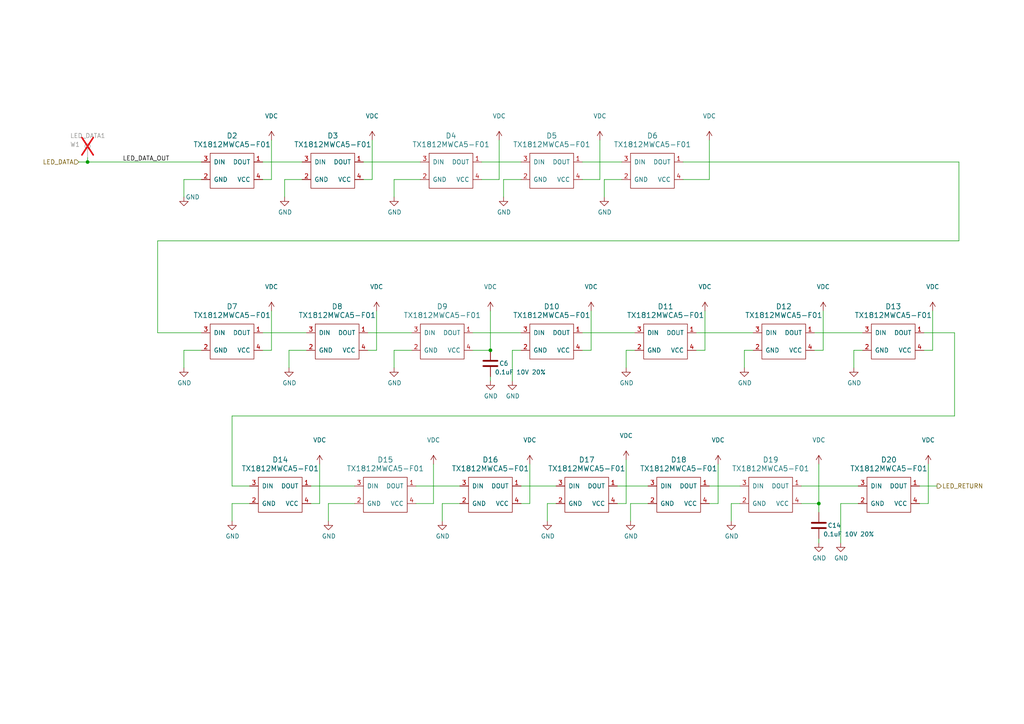
<source format=kicad_sch>
(kicad_sch (version 20250114) (generator "eeschema") (generator_version "9.0")
  (paper "A4")
  (title_block (title "Pixels D00 Schematic, Main") (date "2025-10-12") (rev "3") (company "Systemic Games, LLC"))
  (lib_symbols
    (symbol "Device:C" (pin_numbers (hide yes)) (pin_names (offset 0.254))
      (property "Reference" "C" (at 0.635 2.54 0))
      (property "Value" "C" (at 0.635 -2.54 0))
      (symbol "C_0_1"
        (polyline (pts (xy -2.032 0.762) (xy 2.032 0.762)) (stroke (width 0.508)))
        (polyline (pts (xy -2.032 -0.762) (xy 2.032 -0.762)) (stroke (width 0.508)))
      )
      (symbol "C_1_1"
        (pin passive line (at 0 3.81 270) (length 2.794) (name "~") (number "1"))
        (pin passive line (at 0 -3.81 90) (length 2.794) (name "~") (number "2"))
      )
    )
    (symbol "Pixels-dice:TEST_1P-conn" (pin_numbers (hide yes)) (pin_names (offset 0.762) (hide yes))
      (property "Reference" "W" (at 0 6.858 0))
      (property "Value" "TEST_1P-conn" (at 0 5.08 0))
      (symbol "TEST_1P-conn_0_1"
        (circle (center 0 3.302) (radius 0.762))
      )
      (symbol "TEST_1P-conn_1_1"
        (pin passive line (at 0 0 90) (length 2.54) (name "1") (number "1"))
      )
    )
    (symbol "Pixels-dice:TX1812MJA5" (pin_names (offset 1.016))
      (property "Reference" "D" (at 0 -6.35 0))
      (property "Value" "TX1812MJA5" (at 0 6.35 0))
      (symbol "TX1812MJA5_0_1"
        (rectangle (start -6.35 5.08) (end 6.35 -5.08))
      )
      (symbol "TX1812MJA5_1_1"
        (pin input line (at -8.89 2.54 0) (length 2.54) (name "DIN") (number "3"))
        (pin power_in line (at -8.89 -2.54 0) (length 2.54) (name "GND") (number "2"))
        (pin output line (at 8.89 2.54 180) (length 2.54) (name "DOUT") (number "1"))
        (pin power_in line (at 8.89 -2.54 180) (length 2.54) (name "VCC") (number "4"))
      )
    )
    (symbol "power:GND" (power) (pin_names (offset 0))
      (property "Value" "GND" (at 0 -3.81 0))
      (symbol "GND_0_1"
        (polyline (pts (xy 0 0) (xy 0 -1.27) (xy 1.27 -1.27) (xy 0 -2.54) (xy -1.27 -1.27) (xy 0 -1.27)))
      )
      (symbol "GND_1_1"
        (pin power_in line (at 0 0 270) (length 0) (hide yes) (name "GND") (number "1"))
      )
    )
    (symbol "power:VDC" (power) (pin_names (offset 0))
      (property "Value" "VDC" (at 0 6.35 0))
      (symbol "VDC_0_1"
        (polyline (pts (xy -0.762 1.27) (xy 0 2.54)))
        (polyline (pts (xy 0 2.54) (xy 0.762 1.27)))
        (polyline (pts (xy 0 0) (xy 0 2.54)))
      )
      (symbol "VDC_1_1"
        (pin power_in line (at 0 0 90) (length 0) (hide yes) (name "VDC") (number "1"))
      )
    )
  )
  (junction (at 25.4 46.99))
  (junction (at 237.49 146.05))
  (junction (at 142.24 101.6))
  (wire (pts (xy 168.91 46.99) (xy 180.34 46.99)))
  (wire (pts (xy 181.61 101.6) (xy 181.61 106.68)))
  (wire (pts (xy 105.41 52.07) (xy 107.95 52.07)))
  (wire (pts (xy 105.41 46.99) (xy 121.92 46.99)))
  (wire (pts (xy 92.71 134.62) (xy 92.71 146.05)))
  (wire (pts (xy 58.42 96.52) (xy 45.72 96.52)))
  (wire (pts (xy 278.13 69.85) (xy 45.72 69.85)))
  (wire (pts (xy 201.93 101.6) (xy 204.47 101.6)))
  (wire (pts (xy 53.34 52.07) (xy 53.34 57.15)))
  (wire (pts (xy 237.49 148.59) (xy 237.49 146.05)))
  (wire (pts (xy 236.22 96.52) (xy 250.19 96.52)))
  (wire (pts (xy 171.45 90.17) (xy 171.45 101.6)))
  (wire (pts (xy 72.39 140.97) (xy 67.31 140.97)))
  (wire (pts (xy 76.2 96.52) (xy 88.9 96.52)))
  (wire (pts (xy 278.13 46.99) (xy 278.13 69.85)))
  (wire (pts (xy 125.73 134.62) (xy 125.73 146.05)))
  (wire (pts (xy 175.26 52.07) (xy 175.26 57.15)))
  (wire (pts (xy 90.17 146.05) (xy 92.71 146.05)))
  (wire (pts (xy 95.25 146.05) (xy 95.25 151.13)))
  (wire (pts (xy 142.24 109.22) (xy 142.24 110.49)))
  (wire (pts (xy 67.31 146.05) (xy 72.39 146.05)))
  (wire (pts (xy 205.74 40.64) (xy 205.74 52.07)))
  (wire (pts (xy 53.34 106.68) (xy 53.34 101.6)))
  (wire (pts (xy 78.74 90.17) (xy 78.74 101.6)))
  (wire (pts (xy 168.91 52.07) (xy 173.99 52.07)))
  (wire (pts (xy 114.3 52.07) (xy 114.3 57.15)))
  (wire (pts (xy 106.68 101.6) (xy 109.22 101.6)))
  (wire (pts (xy 243.84 146.05) (xy 248.92 146.05)))
  (wire (pts (xy 128.27 151.13) (xy 128.27 146.05)))
  (wire (pts (xy 198.12 52.07) (xy 205.74 52.07)))
  (wire (pts (xy 237.49 156.21) (xy 237.49 157.48)))
  (wire (pts (xy 215.9 101.6) (xy 218.44 101.6)))
  (wire (pts (xy 212.09 146.05) (xy 214.63 146.05)))
  (wire (pts (xy 114.3 101.6) (xy 119.38 101.6)))
  (wire (pts (xy 25.4 45.72) (xy 25.4 46.99)))
  (wire (pts (xy 208.28 134.62) (xy 208.28 146.05)))
  (wire (pts (xy 151.13 146.05) (xy 153.67 146.05)))
  (wire (pts (xy 76.2 101.6) (xy 78.74 101.6)))
  (wire (pts (xy 151.13 140.97) (xy 161.29 140.97)))
  (wire (pts (xy 67.31 140.97) (xy 67.31 120.65)))
  (wire (pts (xy 269.24 134.62) (xy 269.24 146.05)))
  (wire (pts (xy 266.7 146.05) (xy 269.24 146.05)))
  (wire (pts (xy 205.74 146.05) (xy 208.28 146.05)))
  (wire (pts (xy 95.25 146.05) (xy 102.87 146.05)))
  (wire (pts (xy 205.74 140.97) (xy 214.63 140.97)))
  (wire (pts (xy 53.34 52.07) (xy 58.42 52.07)))
  (wire (pts (xy 114.3 106.68) (xy 114.3 101.6)))
  (wire (pts (xy 45.72 69.85) (xy 45.72 96.52)))
  (wire (pts (xy 267.97 101.6) (xy 270.51 101.6)))
  (wire (pts (xy 168.91 96.52) (xy 184.15 96.52)))
  (wire (pts (xy 247.65 101.6) (xy 247.65 106.68)))
  (wire (pts (xy 204.47 90.17) (xy 204.47 101.6)))
  (wire (pts (xy 148.59 101.6) (xy 151.13 101.6)))
  (wire (pts (xy 232.41 146.05) (xy 237.49 146.05)))
  (wire (pts (xy 76.2 46.99) (xy 87.63 46.99)))
  (wire (pts (xy 139.7 52.07) (xy 144.78 52.07)))
  (wire (pts (xy 142.24 90.17) (xy 142.24 101.6)))
  (wire (pts (xy 181.61 101.6) (xy 184.15 101.6)))
  (wire (pts (xy 109.22 90.17) (xy 109.22 101.6)))
  (wire (pts (xy 182.88 146.05) (xy 187.96 146.05)))
  (wire (pts (xy 83.82 101.6) (xy 88.9 101.6)))
  (wire (pts (xy 182.88 151.13) (xy 182.88 146.05)))
  (wire (pts (xy 243.84 157.48) (xy 243.84 146.05)))
  (wire (pts (xy 212.09 146.05) (xy 212.09 151.13)))
  (wire (pts (xy 25.4 46.99) (xy 58.42 46.99)))
  (wire (pts (xy 179.07 146.05) (xy 181.61 146.05)))
  (wire (pts (xy 276.86 96.52) (xy 267.97 96.52)))
  (wire (pts (xy 120.65 140.97) (xy 133.35 140.97)))
  (wire (pts (xy 146.05 57.15) (xy 146.05 52.07)))
  (wire (pts (xy 107.95 40.64) (xy 107.95 52.07)))
  (wire (pts (xy 144.78 40.64) (xy 144.78 52.07)))
  (wire (pts (xy 236.22 101.6) (xy 238.76 101.6)))
  (wire (pts (xy 137.16 101.6) (xy 142.24 101.6)))
  (wire (pts (xy 139.7 46.99) (xy 151.13 46.99)))
  (wire (pts (xy 82.55 52.07) (xy 87.63 52.07)))
  (wire (pts (xy 128.27 146.05) (xy 133.35 146.05)))
  (wire (pts (xy 137.16 96.52) (xy 151.13 96.52)))
  (wire (pts (xy 106.68 96.52) (xy 119.38 96.52)))
  (wire (pts (xy 114.3 52.07) (xy 121.92 52.07)))
  (wire (pts (xy 153.67 134.62) (xy 153.67 146.05)))
  (wire (pts (xy 90.17 140.97) (xy 102.87 140.97)))
  (wire (pts (xy 238.76 90.17) (xy 238.76 101.6)))
  (wire (pts (xy 175.26 52.07) (xy 180.34 52.07)))
  (wire (pts (xy 146.05 52.07) (xy 151.13 52.07)))
  (wire (pts (xy 276.86 120.65) (xy 276.86 96.52)))
  (wire (pts (xy 215.9 101.6) (xy 215.9 106.68)))
  (wire (pts (xy 22.86 46.99) (xy 25.4 46.99)))
  (wire (pts (xy 76.2 52.07) (xy 78.74 52.07)))
  (wire (pts (xy 266.7 140.97) (xy 271.78 140.97)))
  (wire (pts (xy 181.61 133.35) (xy 181.61 146.05)))
  (wire (pts (xy 173.99 40.64) (xy 173.99 52.07)))
  (wire (pts (xy 201.93 96.52) (xy 218.44 96.52)))
  (wire (pts (xy 148.59 101.6) (xy 148.59 110.49)))
  (wire (pts (xy 78.74 40.64) (xy 78.74 52.07)))
  (wire (pts (xy 158.75 151.13) (xy 158.75 146.05)))
  (wire (pts (xy 198.12 46.99) (xy 278.13 46.99)))
  (wire (pts (xy 67.31 151.13) (xy 67.31 146.05)))
  (wire (pts (xy 232.41 140.97) (xy 248.92 140.97)))
  (wire (pts (xy 168.91 101.6) (xy 171.45 101.6)))
  (wire (pts (xy 67.31 120.65) (xy 276.86 120.65)))
  (wire (pts (xy 82.55 57.15) (xy 82.55 52.07)))
  (wire (pts (xy 247.65 101.6) (xy 250.19 101.6)))
  (wire (pts (xy 158.75 146.05) (xy 161.29 146.05)))
  (wire (pts (xy 83.82 106.68) (xy 83.82 101.6)))
  (wire (pts (xy 270.51 90.17) (xy 270.51 101.6)))
  (wire (pts (xy 179.07 140.97) (xy 187.96 140.97)))
  (wire (pts (xy 53.34 101.6) (xy 58.42 101.6)))
  (wire (pts (xy 120.65 146.05) (xy 125.73 146.05)))
  (wire (pts (xy 237.49 134.62) (xy 237.49 146.05)))
  (label "LED_DATA_OUT" (at 35.56 46.99 0))
  (hierarchical_label "LED_DATA" (shape input) (at 22.86 46.99 180))
  (hierarchical_label "LED_RETURN" (shape output) (at 271.78 140.97 0))
  (symbol (lib_id "Pixels-dice:TEST_1P-conn") (at 25.4 45.72 0) (unit 1) (in_bom no) (dnp yes)
    (property "Reference" "W1" (at 20.32 41.91 0) (effects (justify left)))
    (property "Value" "LED_DATA1" (at 20.32 39.37 0) (effects (justify left)))
    (property "Footprint" "Pixels-dice:TEST_PIN" (effects (hide yes)))
    (property "Generic OK" "N/A" (effects (hide yes)))
  )
  (symbol (lib_id "power:VDC") (at 78.74 40.64 0) (unit 1)
    (property "Reference" "#PWR037" (effects (hide yes)))
    (property "Value" "VDC" (at 78.74 33.655 0))
  )
  (symbol (lib_id "power:VDC") (at 107.95 40.64 0) (unit 1)
    (property "Reference" "#PWR064" (effects (hide yes)))
    (property "Value" "VDC" (at 107.95 33.655 0))
  )
  (symbol (lib_id "power:GND") (at 53.34 57.15 0) (unit 1)
    (property "Reference" "#PWR010" (effects (hide yes)))
    (property "Value" "GND" (at 55.88 57.15 0))
  )
  (symbol (lib_id "power:GND") (at 82.55 57.15 0) (unit 1)
    (property "Reference" "#PWR047" (effects (hide yes)))
    (property "Value" "GND" (at 82.677 61.5442 0))
  )
  (symbol (lib_id "power:VDC") (at 144.78 40.64 0) (unit 1)
    (property "Reference" "#PWR074" (effects (hide yes)))
    (property "Value" "VDC" (at 144.78 33.655 0))
  )
  (symbol (lib_id "power:VDC") (at 173.99 40.64 0) (unit 1)
    (property "Reference" "#PWR081" (effects (hide yes)))
    (property "Value" "VDC" (at 173.99 33.655 0))
  )
  (symbol (lib_id "power:GND") (at 114.3 57.15 0) (unit 1)
    (property "Reference" "#PWR066" (effects (hide yes)))
    (property "Value" "GND" (at 114.427 61.5442 0))
  )
  (symbol (lib_id "power:GND") (at 146.05 57.15 0) (unit 1)
    (property "Reference" "#PWR076" (effects (hide yes)))
    (property "Value" "GND" (at 146.177 61.5442 0))
  )
  (symbol (lib_id "power:VDC") (at 205.74 40.64 0) (unit 1)
    (property "Reference" "#PWR087" (effects (hide yes)))
    (property "Value" "VDC" (at 205.74 33.655 0))
  )
  (symbol (lib_id "power:VDC") (at 142.24 90.17 0) (unit 1)
    (property "Reference" "#PWR070" (effects (hide yes)))
    (property "Value" "VDC" (at 142.24 83.185 0))
  )
  (symbol (lib_id "power:GND") (at 53.34 106.68 0) (unit 1)
    (property "Reference" "#PWR015" (effects (hide yes)))
    (property "Value" "GND" (at 53.467 111.0742 0))
  )
  (symbol (lib_id "power:GND") (at 175.26 57.15 0) (unit 1)
    (property "Reference" "#PWR082" (effects (hide yes)))
    (property "Value" "GND" (at 175.387 61.5442 0))
  )
  (symbol (lib_id "power:VDC") (at 125.73 134.62 0) (unit 1)
    (property "Reference" "#PWR068" (effects (hide yes)))
    (property "Value" "VDC" (at 125.73 127.635 0))
  )
  (symbol (lib_id "power:VDC") (at 181.61 133.35 0) (unit 1)
    (property "Reference" "#PWR084" (effects (hide yes)))
    (property "Value" "VDC" (at 181.61 126.365 0))
  )
  (symbol (lib_id "power:GND") (at 95.25 151.13 0) (unit 1)
    (property "Reference" "#PWR063" (effects (hide yes)))
    (property "Value" "GND" (at 95.377 155.5242 0))
  )
  (symbol (lib_id "power:GND") (at 158.75 151.13 0) (unit 1)
    (property "Reference" "#PWR079" (effects (hide yes)))
    (property "Value" "GND" (at 158.877 155.5242 0))
  )
  (symbol (lib_id "power:VDC") (at 237.49 134.62 0) (unit 1)
    (property "Reference" "#PWR091" (effects (hide yes)))
    (property "Value" "VDC" (at 237.49 127.635 0))
  )
  (symbol (lib_id "power:GND") (at 212.09 151.13 0) (unit 1)
    (property "Reference" "#PWR089" (effects (hide yes)))
    (property "Value" "GND" (at 212.217 155.5242 0))
  )
  (symbol (lib_id "Device:C") (at 142.24 105.41 0) (unit 1)
    (property "Reference" "C6" (at 144.78 105.41 0) (effects (justify left)))
    (property "Value" "0.1uF 10V 20%" (at 143.51 107.95 0) (effects (justify left)))
    (property "Footprint" "Capacitor_SMD:C_0201_0603Metric" (effects (hide yes)))
    (property "Generic OK" "YES" (effects (hide yes)))
    (property "Pixels Part Number" "SMD-C005" (effects (hide yes)))
    (property "Manufacturer" "HRE" (effects (hide yes)))
    (property "LCSC Part #" "C6119757" (effects (hide yes)))
    (property "Part Number" "CGA0201X5R104K100ET" (effects (hide yes)))
  )
  (symbol (lib_id "power:GND") (at 142.24 110.49 0) (unit 1)
    (property "Reference" "#PWR071" (effects (hide yes)))
    (property "Value" "GND" (at 142.367 114.8842 0))
  )
  (symbol (lib_id "Device:C") (at 237.49 152.4 0) (unit 1)
    (property "Reference" "C14" (at 240.03 152.4 0) (effects (justify left)))
    (property "Value" "0.1uF 10V 20%" (at 238.76 154.94 0) (effects (justify left)))
    (property "Footprint" "Capacitor_SMD:C_0201_0603Metric" (effects (hide yes)))
    (property "Generic OK" "YES" (effects (hide yes)))
    (property "Pixels Part Number" "SMD-C005" (effects (hide yes)))
    (property "Manufacturer" "HRE" (effects (hide yes)))
    (property "LCSC Part #" "C6119757" (effects (hide yes)))
    (property "Part Number" "CGA0201X5R104K100ET" (effects (hide yes)))
  )
  (symbol (lib_id "power:GND") (at 237.49 157.48 0) (unit 1)
    (property "Reference" "#PWR092" (effects (hide yes)))
    (property "Value" "GND" (at 237.617 161.8742 0))
  )
  (symbol (lib_id "power:VDC") (at 269.24 134.62 0) (unit 1)
    (property "Reference" "#PWR096" (effects (hide yes)))
    (property "Value" "VDC" (at 269.24 127.635 0))
  )
  (symbol (lib_id "Pixels-dice:TX1812MJA5") (at 128.27 99.06 0) (unit 1)
    (property "Reference" "D9" (at 128.27 88.9 0) (effects (font (size 1.524 1.524))))
    (property "Value" "TX1812MWCA5-F01" (at 128.27 91.44 0) (effects (font (size 1.524 1.524))))
    (property "Footprint" "Pixels-dice:TX1812MWCA5-F01" (effects (hide yes)))
    (property "Manufacturer" "TCWIN" (effects (hide yes)))
    (property "Part Number" "TX1812MWCA5-F01" (effects (hide yes)))
  )
  (symbol (lib_id "power:GND") (at 148.59 110.49 0) (unit 1)
    (property "Reference" "#PWR077" (effects (hide yes)))
    (property "Value" "GND" (at 148.717 114.8842 0))
  )
  (symbol (lib_id "power:VDC") (at 204.47 90.17 0) (unit 1)
    (property "Reference" "#PWR086" (effects (hide yes)))
    (property "Value" "VDC" (at 204.47 83.185 0))
  )
  (symbol (lib_id "power:GND") (at 247.65 106.68 0) (unit 1)
    (property "Reference" "#PWR095" (effects (hide yes)))
    (property "Value" "GND" (at 247.777 111.0742 0))
  )
  (symbol (lib_id "power:VDC") (at 238.76 90.17 0) (unit 1)
    (property "Reference" "#PWR093" (effects (hide yes)))
    (property "Value" "VDC" (at 238.76 83.185 0))
  )
  (symbol (lib_id "Pixels-dice:TX1812MJA5") (at 96.52 49.53 0) (unit 1)
    (property "Reference" "D3" (at 96.52 39.37 0) (effects (font (size 1.524 1.524))))
    (property "Value" "TX1812MWCA5-F01" (at 96.52 41.91 0) (effects (font (size 1.524 1.524))))
    (property "Footprint" "Pixels-dice:TX1812MWCA5-F01" (effects (hide yes)))
    (property "Manufacturer" "TCWIN" (effects (hide yes)))
    (property "Part Number" "TX1812MWCA5-F01" (effects (hide yes)))
  )
  (symbol (lib_id "Pixels-dice:TX1812MJA5") (at 170.18 143.51 0) (unit 1)
    (property "Reference" "D17" (at 170.18 133.35 0) (effects (font (size 1.524 1.524))))
    (property "Value" "TX1812MWCA5-F01" (at 170.18 135.89 0) (effects (font (size 1.524 1.524))))
    (property "Footprint" "Pixels-dice:TX1812MWCA5-F01" (effects (hide yes)))
    (property "Manufacturer" "TCWIN" (effects (hide yes)))
    (property "Part Number" "TX1812MWCA5-F01" (effects (hide yes)))
  )
  (symbol (lib_id "Pixels-dice:TX1812MJA5") (at 81.28 143.51 0) (unit 1)
    (property "Reference" "D14" (at 81.28 133.35 0) (effects (font (size 1.524 1.524))))
    (property "Value" "TX1812MWCA5-F01" (at 81.28 135.89 0) (effects (font (size 1.524 1.524))))
    (property "Footprint" "Pixels-dice:TX1812MWCA5-F01" (effects (hide yes)))
    (property "Manufacturer" "TCWIN" (effects (hide yes)))
    (property "Part Number" "TX1812MWCA5-F01" (effects (hide yes)))
  )
  (symbol (lib_id "Pixels-dice:TX1812MJA5") (at 193.04 99.06 0) (unit 1)
    (property "Reference" "D11" (at 193.04 88.9 0) (effects (font (size 1.524 1.524))))
    (property "Value" "TX1812MWCA5-F01" (at 193.04 91.44 0) (effects (font (size 1.524 1.524))))
    (property "Footprint" "Pixels-dice:TX1812MWCA5-F01" (effects (hide yes)))
    (property "Manufacturer" "TCWIN" (effects (hide yes)))
    (property "Part Number" "TX1812MWCA5-F01" (effects (hide yes)))
  )
  (symbol (lib_id "Pixels-dice:TX1812MJA5") (at 227.33 99.06 0) (unit 1)
    (property "Reference" "D12" (at 227.33 88.9 0) (effects (font (size 1.524 1.524))))
    (property "Value" "TX1812MWCA5-F01" (at 227.33 91.44 0) (effects (font (size 1.524 1.524))))
    (property "Footprint" "Pixels-dice:TX1812MWCA5-F01" (effects (hide yes)))
    (property "Manufacturer" "TCWIN" (effects (hide yes)))
    (property "Part Number" "TX1812MWCA5-F01" (effects (hide yes)))
  )
  (symbol (lib_id "power:GND") (at 243.84 157.48 0) (unit 1)
    (property "Reference" "#PWR094" (effects (hide yes)))
    (property "Value" "GND" (at 243.967 161.8742 0))
  )
  (symbol (lib_id "power:VDC") (at 171.45 90.17 0) (unit 1)
    (property "Reference" "#PWR080" (effects (hide yes)))
    (property "Value" "VDC" (at 171.45 83.185 0))
  )
  (symbol (lib_id "power:GND") (at 67.31 151.13 0) (unit 1)
    (property "Reference" "#PWR023" (effects (hide yes)))
    (property "Value" "GND" (at 67.437 155.5242 0))
  )
  (symbol (lib_id "power:VDC") (at 109.22 90.17 0) (unit 1)
    (property "Reference" "#PWR065" (effects (hide yes)))
    (property "Value" "VDC" (at 109.22 83.185 0))
  )
  (symbol (lib_id "Pixels-dice:TX1812MJA5") (at 67.31 49.53 0) (unit 1)
    (property "Reference" "D2" (at 67.31 39.37 0) (effects (font (size 1.524 1.524))))
    (property "Value" "TX1812MWCA5-F01" (at 67.31 41.91 0) (effects (font (size 1.524 1.524))))
    (property "Footprint" "Pixels-dice:TX1812MWCA5-F01" (effects (hide yes)))
    (property "Manufacturer" "TCWIN" (effects (hide yes)))
    (property "Part Number" "TX1812MWCA5-F01" (effects (hide yes)))
  )
  (symbol (lib_id "power:GND") (at 83.82 106.68 0) (unit 1)
    (property "Reference" "#PWR048" (effects (hide yes)))
    (property "Value" "GND" (at 83.947 111.0742 0))
  )
  (symbol (lib_id "power:VDC") (at 270.51 90.17 0) (unit 1)
    (property "Reference" "#PWR097" (effects (hide yes)))
    (property "Value" "VDC" (at 270.51 83.185 0))
  )
  (symbol (lib_id "Pixels-dice:TX1812MJA5") (at 111.76 143.51 0) (unit 1)
    (property "Reference" "D15" (at 111.76 133.35 0) (effects (font (size 1.524 1.524))))
    (property "Value" "TX1812MWCA5-F01" (at 111.76 135.89 0) (effects (font (size 1.524 1.524))))
    (property "Footprint" "Pixels-dice:TX1812MWCA5-F01" (effects (hide yes)))
    (property "Manufacturer" "TCWIN" (effects (hide yes)))
    (property "Part Number" "TX1812MWCA5-F01" (effects (hide yes)))
  )
  (symbol (lib_id "power:GND") (at 181.61 106.68 0) (unit 1)
    (property "Reference" "#PWR083" (effects (hide yes)))
    (property "Value" "GND" (at 181.737 111.0742 0))
  )
  (symbol (lib_id "Pixels-dice:TX1812MJA5") (at 160.02 99.06 0) (unit 1)
    (property "Reference" "D10" (at 160.02 88.9 0) (effects (font (size 1.524 1.524))))
    (property "Value" "TX1812MWCA5-F01" (at 160.02 91.44 0) (effects (font (size 1.524 1.524))))
    (property "Footprint" "Pixels-dice:TX1812MWCA5-F01" (effects (hide yes)))
    (property "Manufacturer" "TCWIN" (effects (hide yes)))
    (property "Part Number" "TX1812MWCA5-F01" (effects (hide yes)))
  )
  (symbol (lib_id "power:GND") (at 182.88 151.13 0) (unit 1)
    (property "Reference" "#PWR085" (effects (hide yes)))
    (property "Value" "GND" (at 183.007 155.5242 0))
  )
  (symbol (lib_id "Pixels-dice:TX1812MJA5") (at 142.24 143.51 0) (unit 1)
    (property "Reference" "D16" (at 142.24 133.35 0) (effects (font (size 1.524 1.524))))
    (property "Value" "TX1812MWCA5-F01" (at 142.24 135.89 0) (effects (font (size 1.524 1.524))))
    (property "Footprint" "Pixels-dice:TX1812MWCA5-F01" (effects (hide yes)))
    (property "Manufacturer" "TCWIN" (effects (hide yes)))
    (property "Part Number" "TX1812MWCA5-F01" (effects (hide yes)))
  )
  (symbol (lib_id "Pixels-dice:TX1812MJA5") (at 223.52 143.51 0) (unit 1)
    (property "Reference" "D19" (at 223.52 133.35 0) (effects (font (size 1.524 1.524))))
    (property "Value" "TX1812MWCA5-F01" (at 223.52 135.89 0) (effects (font (size 1.524 1.524))))
    (property "Footprint" "Pixels-dice:TX1812MWCA5-F01" (effects (hide yes)))
    (property "Manufacturer" "TCWIN" (effects (hide yes)))
    (property "Part Number" "TX1812MWCA5-F01" (effects (hide yes)))
  )
  (symbol (lib_id "Pixels-dice:TX1812MJA5") (at 130.81 49.53 0) (unit 1)
    (property "Reference" "D4" (at 130.81 39.37 0) (effects (font (size 1.524 1.524))))
    (property "Value" "TX1812MWCA5-F01" (at 130.81 41.91 0) (effects (font (size 1.524 1.524))))
    (property "Footprint" "Pixels-dice:TX1812MWCA5-F01" (effects (hide yes)))
    (property "Manufacturer" "TCWIN" (effects (hide yes)))
    (property "Part Number" "TX1812MWCA5-F01" (effects (hide yes)))
  )
  (symbol (lib_id "power:VDC") (at 78.74 90.17 0) (unit 1)
    (property "Reference" "#PWR046" (effects (hide yes)))
    (property "Value" "VDC" (at 78.74 83.185 0))
  )
  (symbol (lib_id "power:GND") (at 114.3 106.68 0) (unit 1)
    (property "Reference" "#PWR067" (effects (hide yes)))
    (property "Value" "GND" (at 114.427 111.0742 0))
  )
  (symbol (lib_id "power:VDC") (at 153.67 134.62 0) (unit 1)
    (property "Reference" "#PWR078" (effects (hide yes)))
    (property "Value" "VDC" (at 153.67 127.635 0))
  )
  (symbol (lib_id "Pixels-dice:TX1812MJA5") (at 257.81 143.51 0) (unit 1)
    (property "Reference" "D20" (at 257.81 133.35 0) (effects (font (size 1.524 1.524))))
    (property "Value" "TX1812MWCA5-F01" (at 257.81 135.89 0) (effects (font (size 1.524 1.524))))
    (property "Footprint" "Pixels-dice:TX1812MWCA5-F01" (effects (hide yes)))
    (property "Manufacturer" "TCWIN" (effects (hide yes)))
    (property "Part Number" "TX1812MWCA5-F01" (effects (hide yes)))
  )
  (symbol (lib_id "Pixels-dice:TX1812MJA5") (at 67.31 99.06 0) (unit 1)
    (property "Reference" "D7" (at 67.31 88.9 0) (effects (font (size 1.524 1.524))))
    (property "Value" "TX1812MWCA5-F01" (at 67.31 91.44 0) (effects (font (size 1.524 1.524))))
    (property "Footprint" "Pixels-dice:TX1812MWCA5-F01" (effects (hide yes)))
    (property "Manufacturer" "TCWIN" (effects (hide yes)))
    (property "Part Number" "TX1812MWCA5-F01" (effects (hide yes)))
  )
  (symbol (lib_id "Pixels-dice:TX1812MJA5") (at 97.79 99.06 0) (unit 1)
    (property "Reference" "D8" (at 97.79 88.9 0) (effects (font (size 1.524 1.524))))
    (property "Value" "TX1812MWCA5-F01" (at 97.79 91.44 0) (effects (font (size 1.524 1.524))))
    (property "Footprint" "Pixels-dice:TX1812MWCA5-F01" (effects (hide yes)))
    (property "Manufacturer" "TCWIN" (effects (hide yes)))
    (property "Part Number" "TX1812MWCA5-F01" (effects (hide yes)))
  )
  (symbol (lib_id "power:VDC") (at 92.71 134.62 0) (unit 1)
    (property "Reference" "#PWR055" (effects (hide yes)))
    (property "Value" "VDC" (at 92.71 127.635 0))
  )
  (symbol (lib_id "Pixels-dice:TX1812MJA5") (at 196.85 143.51 0) (unit 1)
    (property "Reference" "D18" (at 196.85 133.35 0) (effects (font (size 1.524 1.524))))
    (property "Value" "TX1812MWCA5-F01" (at 196.85 135.89 0) (effects (font (size 1.524 1.524))))
    (property "Footprint" "Pixels-dice:TX1812MWCA5-F01" (effects (hide yes)))
    (property "Manufacturer" "TCWIN" (effects (hide yes)))
    (property "Part Number" "TX1812MWCA5-F01" (effects (hide yes)))
  )
  (symbol (lib_id "Pixels-dice:TX1812MJA5") (at 259.08 99.06 0) (unit 1)
    (property "Reference" "D13" (at 259.08 88.9 0) (effects (font (size 1.524 1.524))))
    (property "Value" "TX1812MWCA5-F01" (at 259.08 91.44 0) (effects (font (size 1.524 1.524))))
    (property "Footprint" "Pixels-dice:TX1812MWCA5-F01" (effects (hide yes)))
    (property "Manufacturer" "TCWIN" (effects (hide yes)))
    (property "Part Number" "TX1812MWCA5-F01" (effects (hide yes)))
  )
  (symbol (lib_id "Pixels-dice:TX1812MJA5") (at 160.02 49.53 0) (unit 1)
    (property "Reference" "D5" (at 160.02 39.37 0) (effects (font (size 1.524 1.524))))
    (property "Value" "TX1812MWCA5-F01" (at 160.02 41.91 0) (effects (font (size 1.524 1.524))))
    (property "Footprint" "Pixels-dice:TX1812MWCA5-F01" (effects (hide yes)))
    (property "Manufacturer" "TCWIN" (effects (hide yes)))
    (property "Part Number" "TX1812MWCA5-F01" (effects (hide yes)))
  )
  (symbol (lib_id "Pixels-dice:TX1812MJA5") (at 189.23 49.53 0) (unit 1)
    (property "Reference" "D6" (at 189.23 39.37 0) (effects (font (size 1.524 1.524))))
    (property "Value" "TX1812MWCA5-F01" (at 189.23 41.91 0) (effects (font (size 1.524 1.524))))
    (property "Footprint" "Pixels-dice:TX1812MWCA5-F01" (effects (hide yes)))
    (property "Manufacturer" "TCWIN" (effects (hide yes)))
    (property "Part Number" "TX1812MWCA5-F01" (effects (hide yes)))
  )
  (symbol (lib_id "power:VDC") (at 208.28 134.62 0) (unit 1)
    (property "Reference" "#PWR088" (effects (hide yes)))
    (property "Value" "VDC" (at 208.28 127.635 0))
  )
  (symbol (lib_id "power:GND") (at 128.27 151.13 0) (unit 1)
    (property "Reference" "#PWR069" (effects (hide yes)))
    (property "Value" "GND" (at 128.397 155.5242 0))
  )
  (symbol (lib_id "power:GND") (at 215.9 106.68 0) (unit 1)
    (property "Reference" "#PWR090" (effects (hide yes)))
    (property "Value" "GND" (at 216.027 111.0742 0))
  )
)
</source>
